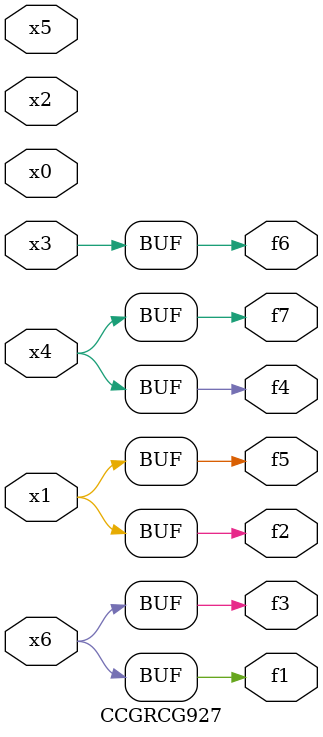
<source format=v>
module CCGRCG927(
	input x0, x1, x2, x3, x4, x5, x6,
	output f1, f2, f3, f4, f5, f6, f7
);
	assign f1 = x6;
	assign f2 = x1;
	assign f3 = x6;
	assign f4 = x4;
	assign f5 = x1;
	assign f6 = x3;
	assign f7 = x4;
endmodule

</source>
